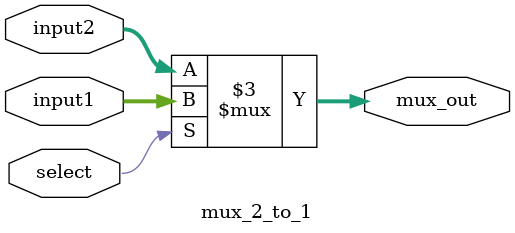
<source format=v>

module mux_2_to_1(input wire [31:0] input1, input2, input wire select, output reg [31:0] mux_out);

always @(*) begin
	if(select)
		mux_out <= input1;
	else
		mux_out <= input2;
end
		
endmodule
</source>
